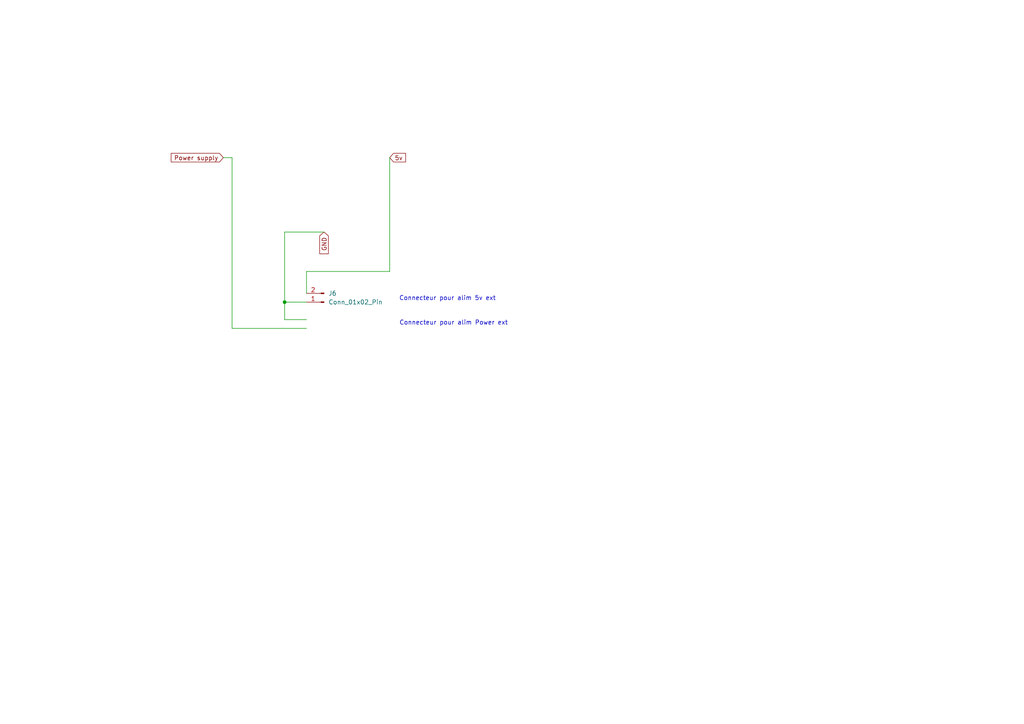
<source format=kicad_sch>
(kicad_sch (version 20231120) (generator "eeschema") (generator_version "8.0")
  (paper "A4")
  (title_block (title "Carte electronique Exodus") (company "Fablab"))
  (lib_symbols
    (symbol "Connector:Conn_01x02_Pin" (pin_names (offset 1.016) hide)
      (property "Reference" "J" (at 0 2.54 0))
      (property "Value" "Conn_01x02_Pin" (at 0 -5.08 0))
      (symbol "Conn_01x02_Pin_1_1"
        (polyline (pts (xy 1.27 -2.54) (xy 0.8636 -2.54)) (stroke (width 0.1524)))
        (polyline (pts (xy 1.27 0) (xy 0.8636 0)) (stroke (width 0.1524)))
        (rectangle (start 0.8636 -2.413) (end 0 -2.667) (stroke (width 0.1524)) (fill (type outline)))
        (rectangle (start 0.8636 0.127) (end 0 -0.127) (stroke (width 0.1524)) (fill (type outline)))
        (pin passive line (at 5.08 0 180) (length 3.81) (name "Pin_1") (number "1"))
        (pin passive line (at 5.08 -2.54 180) (length 3.81) (name "Pin_2") (number "2"))
      )
    )
  )
  (junction (at 82.55 87.63))
  (wire (pts (xy 64.77 45.72) (xy 67.31 45.72)))
  (wire (pts (xy 113.03 78.74) (xy 88.9 78.74)))
  (wire (pts (xy 88.9 78.74) (xy 88.9 85.09)))
  (wire (pts (xy 82.55 92.71) (xy 88.9 92.71)))
  (wire (pts (xy 82.55 67.31) (xy 82.55 87.63)))
  (wire (pts (xy 113.03 45.72) (xy 113.03 78.74)))
  (wire (pts (xy 93.98 67.31) (xy 82.55 67.31)))
  (wire (pts (xy 67.31 45.72) (xy 67.31 95.25)))
  (wire (pts (xy 82.55 87.63) (xy 88.9 87.63)))
  (wire (pts (xy 82.55 87.63) (xy 82.55 92.71)))
  (wire (pts (xy 67.31 95.25) (xy 88.9 95.25)))
  (text "Connecteur pour alim Power ext" (at 131.572 93.726 0) (effects (font (size 1.27 1.27))))
  (text "Connecteur pour alim 5v ext" (at 129.794 86.614 0) (effects (font (size 1.27 1.27))))
  (global_label "5v" (shape input) (at 113.03 45.72 0) (property "Intersheetrefs" "${INTERSHEET_REFS}" (effects (hide yes))))
  (global_label "Power supply" (shape input) (at 64.77 45.72 180) (property "Intersheetrefs" "${INTERSHEET_REFS}" (effects (hide yes))))
  (global_label "GND" (shape input) (at 93.98 67.31 270) (property "Intersheetrefs" "${INTERSHEET_REFS}" (effects (hide yes))))
  (symbol (lib_id "Connector:Conn_01x02_Pin") (at 93.98 87.63 180) (unit 1)
    (property "Reference" "J6" (at 95.25 85.0899 0) (effects (justify right)))
    (property "Value" "Conn_01x02_Pin" (at 95.25 87.6299 0) (effects (justify right)))
    (property "Footprint" "Connector_PinHeader_2.54mm:PinHeader_1x02_P2.54mm_Vertical" (effects (hide yes)))
    (property "Description" "Generic connector, single row, 01x02, script generated" (effects (hide yes)))
  )
)
</source>
